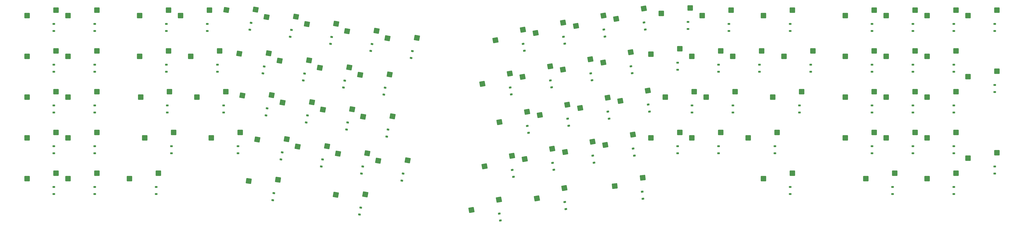
<source format=gbr>
%TF.GenerationSoftware,KiCad,Pcbnew,8.0.1*%
%TF.CreationDate,2024-04-27T19:13:13+09:00*%
%TF.ProjectId,sand-at,73616e64-2d61-4742-9e6b-696361645f70,rev?*%
%TF.SameCoordinates,Original*%
%TF.FileFunction,Paste,Bot*%
%TF.FilePolarity,Positive*%
%FSLAX46Y46*%
G04 Gerber Fmt 4.6, Leading zero omitted, Abs format (unit mm)*
G04 Created by KiCad (PCBNEW 8.0.1) date 2024-04-27 19:13:13*
%MOMM*%
%LPD*%
G01*
G04 APERTURE LIST*
G04 Aperture macros list*
%AMRoundRect*
0 Rectangle with rounded corners*
0 $1 Rounding radius*
0 $2 $3 $4 $5 $6 $7 $8 $9 X,Y pos of 4 corners*
0 Add a 4 corners polygon primitive as box body*
4,1,4,$2,$3,$4,$5,$6,$7,$8,$9,$2,$3,0*
0 Add four circle primitives for the rounded corners*
1,1,$1+$1,$2,$3*
1,1,$1+$1,$4,$5*
1,1,$1+$1,$6,$7*
1,1,$1+$1,$8,$9*
0 Add four rect primitives between the rounded corners*
20,1,$1+$1,$2,$3,$4,$5,0*
20,1,$1+$1,$4,$5,$6,$7,0*
20,1,$1+$1,$6,$7,$8,$9,0*
20,1,$1+$1,$8,$9,$2,$3,0*%
G04 Aperture macros list end*
%ADD10RoundRect,0.250000X-0.835780X-1.162797X1.183076X-0.806818X0.835780X1.162797X-1.183076X0.806818X0*%
%ADD11RoundRect,0.250000X-1.025000X-1.000000X1.025000X-1.000000X1.025000X1.000000X-1.025000X1.000000X0*%
%ADD12RoundRect,0.250000X-1.183076X-0.806818X0.835780X-1.162797X1.183076X0.806818X-0.835780X1.162797X0*%
%ADD13RoundRect,0.250000X-0.914856X-1.101664X1.123913X-0.887380X0.914856X1.101664X-1.123913X0.887380X0*%
%ADD14RoundRect,0.250000X-1.161551X-0.837511X0.865932X-1.140521X1.161551X0.837511X-0.865932X1.140521X0*%
%ADD15RoundRect,0.225000X0.330232X-0.286700X0.408374X0.156464X-0.330232X0.286700X-0.408374X-0.156464X0*%
%ADD16RoundRect,0.225000X0.396465X-0.184569X0.349427X0.262966X-0.396465X0.184569X-0.349427X-0.262966X0*%
%ADD17RoundRect,0.225000X0.408374X-0.156464X0.330232X0.286700X-0.408374X0.156464X-0.330232X-0.286700X0*%
%ADD18RoundRect,0.225000X0.375000X-0.225000X0.375000X0.225000X-0.375000X0.225000X-0.375000X-0.225000X0*%
%ADD19RoundRect,0.225000X0.337624X-0.277957X0.404138X0.167100X-0.337624X0.277957X-0.404138X-0.167100X0*%
G04 APERTURE END LIST*
D10*
%TO.C,SW52*%
X337427515Y-89035094D03*
X350232112Y-84198114D03*
%TD*%
D11*
%TO.C,SW60*%
X80215000Y-106253050D03*
X93665000Y-103713050D03*
%TD*%
D12*
%TO.C,SW27*%
X197502641Y-73507402D03*
X211189372Y-73341558D03*
%TD*%
%TO.C,SW7*%
X191430345Y-53092815D03*
X205117076Y-52926971D03*
%TD*%
D10*
%TO.C,SW51*%
X318666927Y-92343092D03*
X331471524Y-87506112D03*
%TD*%
%TO.C,SW67*%
X274135426Y-119539074D03*
X286940023Y-114702094D03*
%TD*%
D11*
%TO.C,SW88*%
X480265000Y-125303050D03*
X493715000Y-122763050D03*
%TD*%
%TO.C,SW14*%
X356440000Y-48150550D03*
X369890000Y-45610550D03*
%TD*%
D13*
%TO.C,SW85*%
X334759156Y-128843748D03*
X347869973Y-124911754D03*
%TD*%
D10*
%TO.C,SW12*%
X316741079Y-53994917D03*
X329545676Y-49157937D03*
%TD*%
D11*
%TO.C,SW59*%
X61165000Y-106253050D03*
X74615000Y-103713050D03*
%TD*%
%TO.C,SW44*%
X140222500Y-87203050D03*
X153672500Y-84663050D03*
%TD*%
%TO.C,SW87*%
X451690000Y-125303050D03*
X465140000Y-122763050D03*
%TD*%
D10*
%TO.C,SW49*%
X281145752Y-98959088D03*
X293950349Y-94122108D03*
%TD*%
D11*
%TO.C,SW20*%
X499315000Y-49103050D03*
X512765000Y-46563050D03*
%TD*%
%TO.C,SW2*%
X80215000Y-49103050D03*
X93665000Y-46563050D03*
%TD*%
D10*
%TO.C,SW30*%
X291908195Y-77717502D03*
X304712792Y-72880522D03*
%TD*%
D11*
%TO.C,SW73*%
X396921250Y-106253050D03*
X410371250Y-103713050D03*
%TD*%
D10*
%TO.C,SW10*%
X279219903Y-60610913D03*
X292024500Y-55773933D03*
%TD*%
D12*
%TO.C,SW25*%
X159981466Y-66891406D03*
X173668197Y-66725562D03*
%TD*%
D10*
%TO.C,SW31*%
X310668783Y-74409504D03*
X323473380Y-69572524D03*
%TD*%
D12*
%TO.C,SW82*%
X204932191Y-132849063D03*
X218618922Y-132683219D03*
%TD*%
D11*
%TO.C,SW39*%
X480265000Y-68153050D03*
X493715000Y-65613050D03*
%TD*%
%TO.C,SW40*%
X499315000Y-77678050D03*
X512765000Y-75138050D03*
%TD*%
%TO.C,SW3*%
X113552500Y-49103050D03*
X127002500Y-46563050D03*
%TD*%
%TO.C,SW74*%
X442165000Y-106253050D03*
X455615000Y-103713050D03*
%TD*%
D12*
%TO.C,SW63*%
X168373940Y-107058980D03*
X182060671Y-106893136D03*
%TD*%
%TO.C,SW65*%
X205895116Y-113674975D03*
X219581847Y-113509131D03*
%TD*%
D10*
%TO.C,SW84*%
X298549085Y-134578164D03*
X311353682Y-129741184D03*
%TD*%
D11*
%TO.C,SW1*%
X61165000Y-49103050D03*
X74615000Y-46563050D03*
%TD*%
D14*
%TO.C,SW81*%
X164324199Y-126396615D03*
X178001898Y-125872552D03*
%TD*%
D10*
%TO.C,SW50*%
X299906340Y-95651090D03*
X312710937Y-90814110D03*
%TD*%
D11*
%TO.C,SW24*%
X137365000Y-68153050D03*
X150815000Y-65613050D03*
%TD*%
D12*
%TO.C,SW48*%
X217645378Y-96402987D03*
X231332109Y-96237143D03*
%TD*%
D11*
%TO.C,SW56*%
X442165000Y-87203050D03*
X455615000Y-84663050D03*
%TD*%
D12*
%TO.C,SW5*%
X153909170Y-46476820D03*
X167595901Y-46310976D03*
%TD*%
%TO.C,SW26*%
X178742054Y-70199404D03*
X192428785Y-70033560D03*
%TD*%
D11*
%TO.C,SW61*%
X115933750Y-106253050D03*
X129383750Y-103713050D03*
%TD*%
D12*
%TO.C,SW8*%
X210190933Y-56400813D03*
X223877664Y-56234969D03*
%TD*%
D11*
%TO.C,SW23*%
X113552500Y-68153050D03*
X127002500Y-65613050D03*
%TD*%
%TO.C,SW86*%
X404065000Y-125303050D03*
X417515000Y-122763050D03*
%TD*%
%TO.C,SW33*%
X351677500Y-67200550D03*
X365127500Y-64660550D03*
%TD*%
D10*
%TO.C,SW13*%
X335501666Y-50686919D03*
X348306263Y-45849939D03*
%TD*%
D11*
%TO.C,SW55*%
X408351250Y-87203050D03*
X421801250Y-84663050D03*
%TD*%
%TO.C,SW71*%
X351677500Y-106253050D03*
X365127500Y-103713050D03*
%TD*%
%TO.C,SW36*%
X413590000Y-68153050D03*
X427040000Y-65613050D03*
%TD*%
%TO.C,SW34*%
X370727500Y-68153050D03*
X384177500Y-65613050D03*
%TD*%
%TO.C,SW42*%
X80215000Y-87203050D03*
X93665000Y-84663050D03*
%TD*%
D12*
%TO.C,SW46*%
X180124203Y-89786991D03*
X193810934Y-89621147D03*
%TD*%
D11*
%TO.C,SW21*%
X61165000Y-68153050D03*
X74615000Y-65613050D03*
%TD*%
%TO.C,SW35*%
X389777500Y-68153050D03*
X403227500Y-65613050D03*
%TD*%
D12*
%TO.C,SW45*%
X161363615Y-86478993D03*
X175050346Y-86313149D03*
%TD*%
%TO.C,SW64*%
X187134528Y-110366978D03*
X200821259Y-110201134D03*
%TD*%
D10*
%TO.C,SW70*%
X330417190Y-109615081D03*
X343221787Y-104778101D03*
%TD*%
D12*
%TO.C,SW9*%
X228951521Y-59708811D03*
X242638252Y-59542967D03*
%TD*%
D11*
%TO.C,SW41*%
X61165000Y-87203050D03*
X74615000Y-84663050D03*
%TD*%
D10*
%TO.C,SW11*%
X297980491Y-57302915D03*
X310785088Y-52465935D03*
%TD*%
D11*
%TO.C,SW37*%
X442165000Y-68153050D03*
X455615000Y-65613050D03*
%TD*%
%TO.C,SW78*%
X61165000Y-125303050D03*
X74615000Y-122763050D03*
%TD*%
%TO.C,SW54*%
X377395000Y-87203050D03*
X390845000Y-84663050D03*
%TD*%
%TO.C,SW53*%
X358345000Y-87203050D03*
X371795000Y-84663050D03*
%TD*%
%TO.C,SW75*%
X461215000Y-106253050D03*
X474665000Y-103713050D03*
%TD*%
D12*
%TO.C,SW47*%
X198884790Y-93094989D03*
X212571521Y-92929145D03*
%TD*%
D11*
%TO.C,SW17*%
X442165000Y-49103050D03*
X455615000Y-46563050D03*
%TD*%
D10*
%TO.C,SW69*%
X311656602Y-112923079D03*
X324461199Y-108086099D03*
%TD*%
D11*
%TO.C,SW77*%
X499315000Y-115778050D03*
X512765000Y-113238050D03*
%TD*%
D12*
%TO.C,SW28*%
X216263229Y-76815399D03*
X229949960Y-76649555D03*
%TD*%
D11*
%TO.C,SW19*%
X480265000Y-49103050D03*
X493715000Y-46563050D03*
%TD*%
D12*
%TO.C,SW66*%
X224655704Y-116982973D03*
X238342435Y-116817129D03*
%TD*%
D11*
%TO.C,SW79*%
X80215000Y-125303050D03*
X93665000Y-122763050D03*
%TD*%
%TO.C,SW18*%
X461215000Y-49103050D03*
X474665000Y-46563050D03*
%TD*%
%TO.C,SW57*%
X461215000Y-87203050D03*
X474665000Y-84663050D03*
%TD*%
D10*
%TO.C,SW83*%
X268063130Y-139953661D03*
X280867727Y-135116681D03*
%TD*%
D12*
%TO.C,SW6*%
X172669757Y-49784817D03*
X186356488Y-49618973D03*
%TD*%
D11*
%TO.C,SW43*%
X114028750Y-87203050D03*
X127478750Y-84663050D03*
%TD*%
D10*
%TO.C,SW32*%
X329429370Y-71101506D03*
X342233967Y-66264526D03*
%TD*%
D11*
%TO.C,SW15*%
X375490000Y-49103050D03*
X388940000Y-46563050D03*
%TD*%
D10*
%TO.C,SW68*%
X292896014Y-116231076D03*
X305700611Y-111394096D03*
%TD*%
D11*
%TO.C,SW76*%
X480265000Y-106253050D03*
X493715000Y-103713050D03*
%TD*%
%TO.C,SW58*%
X480265000Y-87203050D03*
X493715000Y-84663050D03*
%TD*%
D10*
%TO.C,SW29*%
X273147607Y-81025499D03*
X285952204Y-76188519D03*
%TD*%
D11*
%TO.C,SW16*%
X404065000Y-49103050D03*
X417515000Y-46563050D03*
%TD*%
%TO.C,SW72*%
X370727500Y-106253050D03*
X384177500Y-103713050D03*
%TD*%
%TO.C,SW80*%
X108790000Y-125303050D03*
X122240000Y-122763050D03*
%TD*%
%TO.C,SW38*%
X461215000Y-68153050D03*
X474665000Y-65613050D03*
%TD*%
%TO.C,SW4*%
X132602500Y-49103050D03*
X146052500Y-46563050D03*
%TD*%
%TO.C,SW62*%
X146890000Y-106253050D03*
X160340000Y-103713050D03*
%TD*%
%TO.C,SW22*%
X80215000Y-68153050D03*
X93665000Y-65613050D03*
%TD*%
D15*
%TO.C,D7*%
X202427614Y-62363310D03*
X203000652Y-59113444D03*
%TD*%
D16*
%TO.C,D85*%
X347885703Y-134723861D03*
X347540759Y-131441939D03*
%TD*%
D17*
%TO.C,D30*%
X305412942Y-82667630D03*
X304839904Y-79417764D03*
%TD*%
%TO.C,D52*%
X350932262Y-93985222D03*
X350359224Y-90735356D03*
%TD*%
%TO.C,D12*%
X330245826Y-58945045D03*
X329672788Y-55695179D03*
%TD*%
%TO.C,D11*%
X311485238Y-62253043D03*
X310912200Y-59003177D03*
%TD*%
D18*
%TO.C,D15*%
X387930000Y-56323050D03*
X387930000Y-53023050D03*
%TD*%
%TO.C,D38*%
X473655000Y-75373050D03*
X473655000Y-72073050D03*
%TD*%
D17*
%TO.C,D50*%
X313411087Y-100601218D03*
X312838049Y-97351352D03*
%TD*%
D19*
%TO.C,D81*%
X175560372Y-135376058D03*
X176048144Y-132112306D03*
%TD*%
D18*
%TO.C,D72*%
X383167500Y-113473050D03*
X383167500Y-110173050D03*
%TD*%
%TO.C,D56*%
X454605000Y-94423050D03*
X454605000Y-91123050D03*
%TD*%
%TO.C,D58*%
X492705000Y-94423050D03*
X492705000Y-91123050D03*
%TD*%
%TO.C,D3*%
X125992500Y-56323050D03*
X125992500Y-53023050D03*
%TD*%
D15*
%TO.C,D66*%
X235652973Y-126253468D03*
X236226011Y-123003602D03*
%TD*%
D18*
%TO.C,D77*%
X511755000Y-122998050D03*
X511755000Y-119698050D03*
%TD*%
D17*
%TO.C,D10*%
X292724650Y-65561041D03*
X292151612Y-62311175D03*
%TD*%
D18*
%TO.C,D60*%
X92655000Y-113473050D03*
X92655000Y-110173050D03*
%TD*%
%TO.C,D78*%
X73605000Y-132523050D03*
X73605000Y-129223050D03*
%TD*%
%TO.C,D76*%
X492705000Y-113473050D03*
X492705000Y-110173050D03*
%TD*%
%TO.C,D16*%
X416505000Y-56323050D03*
X416505000Y-53023050D03*
%TD*%
D17*
%TO.C,D69*%
X325161349Y-117873207D03*
X324588311Y-114623341D03*
%TD*%
%TO.C,D31*%
X324173530Y-79359632D03*
X323600492Y-76109766D03*
%TD*%
D18*
%TO.C,D20*%
X511755000Y-56323050D03*
X511755000Y-53023050D03*
%TD*%
%TO.C,D61*%
X128373750Y-113473050D03*
X128373750Y-110173050D03*
%TD*%
D15*
%TO.C,D47*%
X209882059Y-102365484D03*
X210455097Y-99115618D03*
%TD*%
D18*
%TO.C,D14*%
X368880000Y-55370550D03*
X368880000Y-52070550D03*
%TD*%
%TO.C,D24*%
X149805000Y-75373050D03*
X149805000Y-72073050D03*
%TD*%
%TO.C,D79*%
X92655000Y-132523050D03*
X92655000Y-129223050D03*
%TD*%
%TO.C,D42*%
X92655000Y-94423050D03*
X92655000Y-91123050D03*
%TD*%
%TO.C,D34*%
X383167500Y-75373050D03*
X383167500Y-72073050D03*
%TD*%
D17*
%TO.C,D70*%
X343921937Y-114565209D03*
X343348899Y-111315343D03*
%TD*%
D18*
%TO.C,D59*%
X73605000Y-113473050D03*
X73605000Y-110173050D03*
%TD*%
%TO.C,D36*%
X426030000Y-75373050D03*
X426030000Y-72073050D03*
%TD*%
%TO.C,D53*%
X370785000Y-94423050D03*
X370785000Y-91123050D03*
%TD*%
D17*
%TO.C,D29*%
X286652354Y-85975627D03*
X286079316Y-82725761D03*
%TD*%
%TO.C,D67*%
X287640173Y-124489202D03*
X287067135Y-121239336D03*
%TD*%
%TO.C,D13*%
X349006413Y-55637047D03*
X348433375Y-52387181D03*
%TD*%
%TO.C,D32*%
X342934117Y-76051634D03*
X342361079Y-72801768D03*
%TD*%
D18*
%TO.C,D17*%
X454605000Y-56323050D03*
X454605000Y-53023050D03*
%TD*%
D15*
%TO.C,D5*%
X164906439Y-55747315D03*
X165479477Y-52497449D03*
%TD*%
D18*
%TO.C,D87*%
X464130000Y-132523050D03*
X464130000Y-129223050D03*
%TD*%
%TO.C,D18*%
X473655000Y-56323050D03*
X473655000Y-53023050D03*
%TD*%
%TO.C,D22*%
X92655000Y-75373050D03*
X92655000Y-72073050D03*
%TD*%
D15*
%TO.C,D45*%
X172360884Y-95749488D03*
X172933922Y-92499622D03*
%TD*%
D18*
%TO.C,D35*%
X402217500Y-75373050D03*
X402217500Y-72073050D03*
%TD*%
%TO.C,D33*%
X364117500Y-74420550D03*
X364117500Y-71120550D03*
%TD*%
%TO.C,D55*%
X420791250Y-94423050D03*
X420791250Y-91123050D03*
%TD*%
D15*
%TO.C,D46*%
X191121472Y-99057486D03*
X191694510Y-95807620D03*
%TD*%
%TO.C,D25*%
X170978735Y-76161901D03*
X171551773Y-72912035D03*
%TD*%
D18*
%TO.C,D37*%
X454605000Y-75373050D03*
X454605000Y-72073050D03*
%TD*%
%TO.C,D57*%
X473655000Y-94423050D03*
X473655000Y-91123050D03*
%TD*%
D15*
%TO.C,D9*%
X239948790Y-68979306D03*
X240521828Y-65729440D03*
%TD*%
D18*
%TO.C,D2*%
X92655000Y-56323050D03*
X92655000Y-53023050D03*
%TD*%
%TO.C,D21*%
X73605000Y-75373050D03*
X73605000Y-72073050D03*
%TD*%
D17*
%TO.C,D68*%
X306400761Y-121181204D03*
X305827723Y-117931338D03*
%TD*%
D18*
%TO.C,D75*%
X473655000Y-113473050D03*
X473655000Y-110173050D03*
%TD*%
D17*
%TO.C,D51*%
X332171674Y-97293220D03*
X331598636Y-94043354D03*
%TD*%
D15*
%TO.C,D27*%
X208499910Y-82777897D03*
X209072948Y-79528031D03*
%TD*%
D18*
%TO.C,D73*%
X409361250Y-113473050D03*
X409361250Y-110173050D03*
%TD*%
%TO.C,D54*%
X389835000Y-94423050D03*
X389835000Y-91123050D03*
%TD*%
D15*
%TO.C,D28*%
X227260498Y-86085894D03*
X227833536Y-82836028D03*
%TD*%
D17*
%TO.C,D84*%
X312053832Y-139528292D03*
X311480794Y-136278426D03*
%TD*%
D15*
%TO.C,D8*%
X221188202Y-65671308D03*
X221761240Y-62421442D03*
%TD*%
D18*
%TO.C,D4*%
X145042500Y-56323050D03*
X145042500Y-53023050D03*
%TD*%
%TO.C,D40*%
X511755000Y-84898050D03*
X511755000Y-81598050D03*
%TD*%
%TO.C,D88*%
X492705000Y-132523050D03*
X492705000Y-129223050D03*
%TD*%
%TO.C,D41*%
X73605000Y-94423050D03*
X73605000Y-91123050D03*
%TD*%
%TO.C,D44*%
X152662500Y-94423050D03*
X152662500Y-91123050D03*
%TD*%
D15*
%TO.C,D6*%
X183667026Y-59055312D03*
X184240064Y-55805446D03*
%TD*%
%TO.C,D65*%
X216892385Y-122945470D03*
X217465423Y-119695604D03*
%TD*%
D18*
%TO.C,D1*%
X73605000Y-56323050D03*
X73605000Y-53023050D03*
%TD*%
%TO.C,D39*%
X492705000Y-75373050D03*
X492705000Y-72073050D03*
%TD*%
D15*
%TO.C,D64*%
X198131797Y-119637473D03*
X198704835Y-116387607D03*
%TD*%
D17*
%TO.C,D49*%
X294650499Y-103909216D03*
X294077461Y-100659350D03*
%TD*%
D18*
%TO.C,D43*%
X126468750Y-94423050D03*
X126468750Y-91123050D03*
%TD*%
%TO.C,D80*%
X121230000Y-132523050D03*
X121230000Y-129223050D03*
%TD*%
%TO.C,D71*%
X364117500Y-113473050D03*
X364117500Y-110173050D03*
%TD*%
D17*
%TO.C,D83*%
X281567877Y-144903789D03*
X280994839Y-141653923D03*
%TD*%
D18*
%TO.C,D19*%
X492705000Y-56323050D03*
X492705000Y-53023050D03*
%TD*%
D15*
%TO.C,D26*%
X189739323Y-79469899D03*
X190312361Y-76220033D03*
%TD*%
D18*
%TO.C,D74*%
X454605000Y-113473050D03*
X454605000Y-110173050D03*
%TD*%
D15*
%TO.C,D48*%
X228642647Y-105673482D03*
X229215685Y-102423616D03*
%TD*%
D18*
%TO.C,D62*%
X159330000Y-113473050D03*
X159330000Y-110173050D03*
%TD*%
D15*
%TO.C,D63*%
X179371209Y-116329475D03*
X179944247Y-113079609D03*
%TD*%
%TO.C,D82*%
X215929460Y-142119558D03*
X216502498Y-138869692D03*
%TD*%
D18*
%TO.C,D23*%
X125992500Y-75373050D03*
X125992500Y-72073050D03*
%TD*%
%TO.C,D86*%
X416505000Y-132523050D03*
X416505000Y-129223050D03*
%TD*%
M02*

</source>
